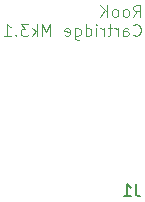
<source format=gbr>
%TF.GenerationSoftware,KiCad,Pcbnew,8.0.8*%
%TF.CreationDate,2025-11-27T10:04:54+01:00*%
%TF.ProjectId,CartridgeMk3.1,43617274-7269-4646-9765-4d6b332e312e,rev?*%
%TF.SameCoordinates,Original*%
%TF.FileFunction,Legend,Bot*%
%TF.FilePolarity,Positive*%
%FSLAX46Y46*%
G04 Gerber Fmt 4.6, Leading zero omitted, Abs format (unit mm)*
G04 Created by KiCad (PCBNEW 8.0.8) date 2025-11-27 10:04:54*
%MOMM*%
%LPD*%
G01*
G04 APERTURE LIST*
%ADD10C,0.100000*%
%ADD11C,0.150000*%
G04 APERTURE END LIST*
D10*
X182124687Y-56762475D02*
X182458020Y-56286284D01*
X182696115Y-56762475D02*
X182696115Y-55762475D01*
X182696115Y-55762475D02*
X182315163Y-55762475D01*
X182315163Y-55762475D02*
X182219925Y-55810094D01*
X182219925Y-55810094D02*
X182172306Y-55857713D01*
X182172306Y-55857713D02*
X182124687Y-55952951D01*
X182124687Y-55952951D02*
X182124687Y-56095808D01*
X182124687Y-56095808D02*
X182172306Y-56191046D01*
X182172306Y-56191046D02*
X182219925Y-56238665D01*
X182219925Y-56238665D02*
X182315163Y-56286284D01*
X182315163Y-56286284D02*
X182696115Y-56286284D01*
X181553258Y-56762475D02*
X181648496Y-56714856D01*
X181648496Y-56714856D02*
X181696115Y-56667236D01*
X181696115Y-56667236D02*
X181743734Y-56571998D01*
X181743734Y-56571998D02*
X181743734Y-56286284D01*
X181743734Y-56286284D02*
X181696115Y-56191046D01*
X181696115Y-56191046D02*
X181648496Y-56143427D01*
X181648496Y-56143427D02*
X181553258Y-56095808D01*
X181553258Y-56095808D02*
X181410401Y-56095808D01*
X181410401Y-56095808D02*
X181315163Y-56143427D01*
X181315163Y-56143427D02*
X181267544Y-56191046D01*
X181267544Y-56191046D02*
X181219925Y-56286284D01*
X181219925Y-56286284D02*
X181219925Y-56571998D01*
X181219925Y-56571998D02*
X181267544Y-56667236D01*
X181267544Y-56667236D02*
X181315163Y-56714856D01*
X181315163Y-56714856D02*
X181410401Y-56762475D01*
X181410401Y-56762475D02*
X181553258Y-56762475D01*
X180648496Y-56762475D02*
X180743734Y-56714856D01*
X180743734Y-56714856D02*
X180791353Y-56667236D01*
X180791353Y-56667236D02*
X180838972Y-56571998D01*
X180838972Y-56571998D02*
X180838972Y-56286284D01*
X180838972Y-56286284D02*
X180791353Y-56191046D01*
X180791353Y-56191046D02*
X180743734Y-56143427D01*
X180743734Y-56143427D02*
X180648496Y-56095808D01*
X180648496Y-56095808D02*
X180505639Y-56095808D01*
X180505639Y-56095808D02*
X180410401Y-56143427D01*
X180410401Y-56143427D02*
X180362782Y-56191046D01*
X180362782Y-56191046D02*
X180315163Y-56286284D01*
X180315163Y-56286284D02*
X180315163Y-56571998D01*
X180315163Y-56571998D02*
X180362782Y-56667236D01*
X180362782Y-56667236D02*
X180410401Y-56714856D01*
X180410401Y-56714856D02*
X180505639Y-56762475D01*
X180505639Y-56762475D02*
X180648496Y-56762475D01*
X179886591Y-56762475D02*
X179886591Y-55762475D01*
X179315163Y-56762475D02*
X179743734Y-56191046D01*
X179315163Y-55762475D02*
X179886591Y-56333903D01*
X182124687Y-58277180D02*
X182172306Y-58324800D01*
X182172306Y-58324800D02*
X182315163Y-58372419D01*
X182315163Y-58372419D02*
X182410401Y-58372419D01*
X182410401Y-58372419D02*
X182553258Y-58324800D01*
X182553258Y-58324800D02*
X182648496Y-58229561D01*
X182648496Y-58229561D02*
X182696115Y-58134323D01*
X182696115Y-58134323D02*
X182743734Y-57943847D01*
X182743734Y-57943847D02*
X182743734Y-57800990D01*
X182743734Y-57800990D02*
X182696115Y-57610514D01*
X182696115Y-57610514D02*
X182648496Y-57515276D01*
X182648496Y-57515276D02*
X182553258Y-57420038D01*
X182553258Y-57420038D02*
X182410401Y-57372419D01*
X182410401Y-57372419D02*
X182315163Y-57372419D01*
X182315163Y-57372419D02*
X182172306Y-57420038D01*
X182172306Y-57420038D02*
X182124687Y-57467657D01*
X181267544Y-58372419D02*
X181267544Y-57848609D01*
X181267544Y-57848609D02*
X181315163Y-57753371D01*
X181315163Y-57753371D02*
X181410401Y-57705752D01*
X181410401Y-57705752D02*
X181600877Y-57705752D01*
X181600877Y-57705752D02*
X181696115Y-57753371D01*
X181267544Y-58324800D02*
X181362782Y-58372419D01*
X181362782Y-58372419D02*
X181600877Y-58372419D01*
X181600877Y-58372419D02*
X181696115Y-58324800D01*
X181696115Y-58324800D02*
X181743734Y-58229561D01*
X181743734Y-58229561D02*
X181743734Y-58134323D01*
X181743734Y-58134323D02*
X181696115Y-58039085D01*
X181696115Y-58039085D02*
X181600877Y-57991466D01*
X181600877Y-57991466D02*
X181362782Y-57991466D01*
X181362782Y-57991466D02*
X181267544Y-57943847D01*
X180791353Y-58372419D02*
X180791353Y-57705752D01*
X180791353Y-57896228D02*
X180743734Y-57800990D01*
X180743734Y-57800990D02*
X180696115Y-57753371D01*
X180696115Y-57753371D02*
X180600877Y-57705752D01*
X180600877Y-57705752D02*
X180505639Y-57705752D01*
X180315162Y-57705752D02*
X179934210Y-57705752D01*
X180172305Y-57372419D02*
X180172305Y-58229561D01*
X180172305Y-58229561D02*
X180124686Y-58324800D01*
X180124686Y-58324800D02*
X180029448Y-58372419D01*
X180029448Y-58372419D02*
X179934210Y-58372419D01*
X179600876Y-58372419D02*
X179600876Y-57705752D01*
X179600876Y-57896228D02*
X179553257Y-57800990D01*
X179553257Y-57800990D02*
X179505638Y-57753371D01*
X179505638Y-57753371D02*
X179410400Y-57705752D01*
X179410400Y-57705752D02*
X179315162Y-57705752D01*
X178981828Y-58372419D02*
X178981828Y-57705752D01*
X178981828Y-57372419D02*
X179029447Y-57420038D01*
X179029447Y-57420038D02*
X178981828Y-57467657D01*
X178981828Y-57467657D02*
X178934209Y-57420038D01*
X178934209Y-57420038D02*
X178981828Y-57372419D01*
X178981828Y-57372419D02*
X178981828Y-57467657D01*
X178077067Y-58372419D02*
X178077067Y-57372419D01*
X178077067Y-58324800D02*
X178172305Y-58372419D01*
X178172305Y-58372419D02*
X178362781Y-58372419D01*
X178362781Y-58372419D02*
X178458019Y-58324800D01*
X178458019Y-58324800D02*
X178505638Y-58277180D01*
X178505638Y-58277180D02*
X178553257Y-58181942D01*
X178553257Y-58181942D02*
X178553257Y-57896228D01*
X178553257Y-57896228D02*
X178505638Y-57800990D01*
X178505638Y-57800990D02*
X178458019Y-57753371D01*
X178458019Y-57753371D02*
X178362781Y-57705752D01*
X178362781Y-57705752D02*
X178172305Y-57705752D01*
X178172305Y-57705752D02*
X178077067Y-57753371D01*
X177172305Y-57705752D02*
X177172305Y-58515276D01*
X177172305Y-58515276D02*
X177219924Y-58610514D01*
X177219924Y-58610514D02*
X177267543Y-58658133D01*
X177267543Y-58658133D02*
X177362781Y-58705752D01*
X177362781Y-58705752D02*
X177505638Y-58705752D01*
X177505638Y-58705752D02*
X177600876Y-58658133D01*
X177172305Y-58324800D02*
X177267543Y-58372419D01*
X177267543Y-58372419D02*
X177458019Y-58372419D01*
X177458019Y-58372419D02*
X177553257Y-58324800D01*
X177553257Y-58324800D02*
X177600876Y-58277180D01*
X177600876Y-58277180D02*
X177648495Y-58181942D01*
X177648495Y-58181942D02*
X177648495Y-57896228D01*
X177648495Y-57896228D02*
X177600876Y-57800990D01*
X177600876Y-57800990D02*
X177553257Y-57753371D01*
X177553257Y-57753371D02*
X177458019Y-57705752D01*
X177458019Y-57705752D02*
X177267543Y-57705752D01*
X177267543Y-57705752D02*
X177172305Y-57753371D01*
X176315162Y-58324800D02*
X176410400Y-58372419D01*
X176410400Y-58372419D02*
X176600876Y-58372419D01*
X176600876Y-58372419D02*
X176696114Y-58324800D01*
X176696114Y-58324800D02*
X176743733Y-58229561D01*
X176743733Y-58229561D02*
X176743733Y-57848609D01*
X176743733Y-57848609D02*
X176696114Y-57753371D01*
X176696114Y-57753371D02*
X176600876Y-57705752D01*
X176600876Y-57705752D02*
X176410400Y-57705752D01*
X176410400Y-57705752D02*
X176315162Y-57753371D01*
X176315162Y-57753371D02*
X176267543Y-57848609D01*
X176267543Y-57848609D02*
X176267543Y-57943847D01*
X176267543Y-57943847D02*
X176743733Y-58039085D01*
X175077066Y-58372419D02*
X175077066Y-57372419D01*
X175077066Y-57372419D02*
X174743733Y-58086704D01*
X174743733Y-58086704D02*
X174410400Y-57372419D01*
X174410400Y-57372419D02*
X174410400Y-58372419D01*
X173934209Y-58372419D02*
X173934209Y-57372419D01*
X173838971Y-57991466D02*
X173553257Y-58372419D01*
X173553257Y-57705752D02*
X173934209Y-58086704D01*
X173219923Y-57372419D02*
X172600876Y-57372419D01*
X172600876Y-57372419D02*
X172934209Y-57753371D01*
X172934209Y-57753371D02*
X172791352Y-57753371D01*
X172791352Y-57753371D02*
X172696114Y-57800990D01*
X172696114Y-57800990D02*
X172648495Y-57848609D01*
X172648495Y-57848609D02*
X172600876Y-57943847D01*
X172600876Y-57943847D02*
X172600876Y-58181942D01*
X172600876Y-58181942D02*
X172648495Y-58277180D01*
X172648495Y-58277180D02*
X172696114Y-58324800D01*
X172696114Y-58324800D02*
X172791352Y-58372419D01*
X172791352Y-58372419D02*
X173077066Y-58372419D01*
X173077066Y-58372419D02*
X173172304Y-58324800D01*
X173172304Y-58324800D02*
X173219923Y-58277180D01*
X172172304Y-58277180D02*
X172124685Y-58324800D01*
X172124685Y-58324800D02*
X172172304Y-58372419D01*
X172172304Y-58372419D02*
X172219923Y-58324800D01*
X172219923Y-58324800D02*
X172172304Y-58277180D01*
X172172304Y-58277180D02*
X172172304Y-58372419D01*
X171172305Y-58372419D02*
X171743733Y-58372419D01*
X171458019Y-58372419D02*
X171458019Y-57372419D01*
X171458019Y-57372419D02*
X171553257Y-57515276D01*
X171553257Y-57515276D02*
X171648495Y-57610514D01*
X171648495Y-57610514D02*
X171743733Y-57658133D01*
D11*
X182333333Y-70954819D02*
X182333333Y-71669104D01*
X182333333Y-71669104D02*
X182380952Y-71811961D01*
X182380952Y-71811961D02*
X182476190Y-71907200D01*
X182476190Y-71907200D02*
X182619047Y-71954819D01*
X182619047Y-71954819D02*
X182714285Y-71954819D01*
X181333333Y-71954819D02*
X181904761Y-71954819D01*
X181619047Y-71954819D02*
X181619047Y-70954819D01*
X181619047Y-70954819D02*
X181714285Y-71097676D01*
X181714285Y-71097676D02*
X181809523Y-71192914D01*
X181809523Y-71192914D02*
X181904761Y-71240533D01*
M02*

</source>
